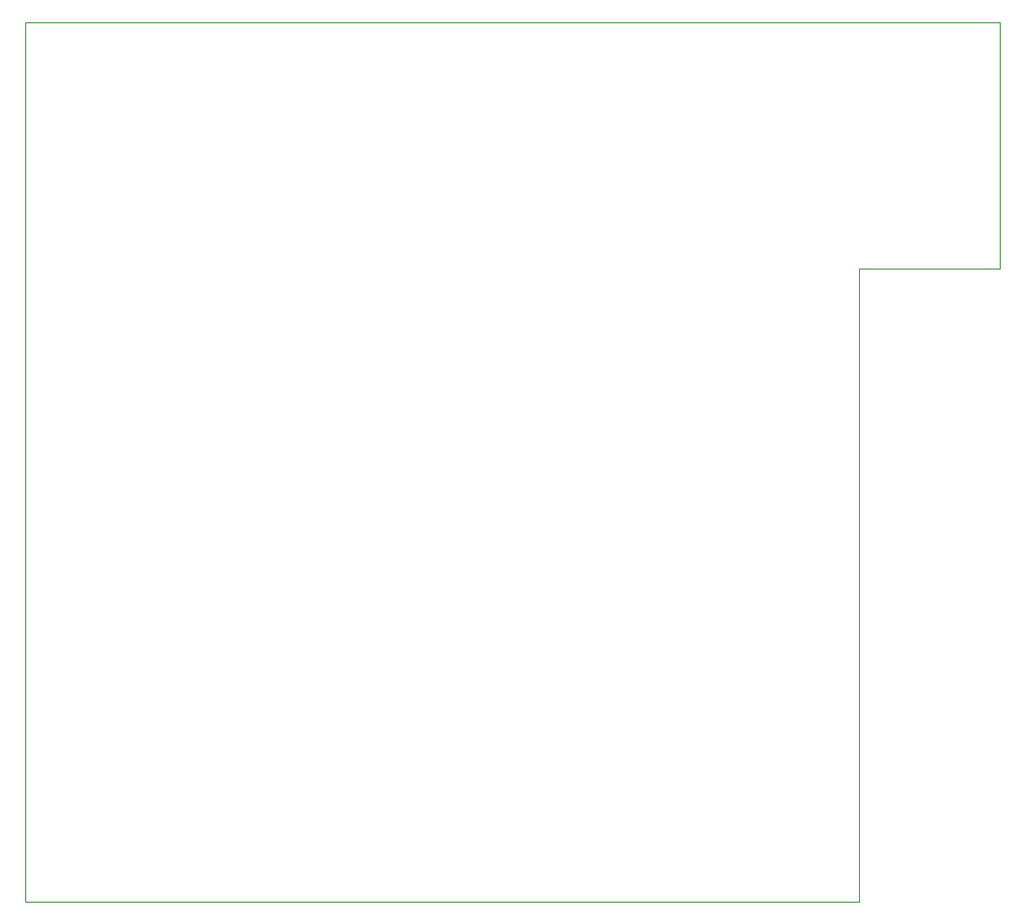
<source format=gbr>
G04 #@! TF.GenerationSoftware,KiCad,Pcbnew,(5.1.5-0-10_14)*
G04 #@! TF.CreationDate,2020-04-23T09:13:14+01:00*
G04 #@! TF.ProjectId,healthkeeper,6865616c-7468-46b6-9565-7065722e6b69,rev?*
G04 #@! TF.SameCoordinates,Original*
G04 #@! TF.FileFunction,Profile,NP*
%FSLAX46Y46*%
G04 Gerber Fmt 4.6, Leading zero omitted, Abs format (unit mm)*
G04 Created by KiCad (PCBNEW (5.1.5-0-10_14)) date 2020-04-23 09:13:14*
%MOMM*%
%LPD*%
G04 APERTURE LIST*
%ADD10C,0.100000*%
G04 APERTURE END LIST*
D10*
X170250000Y-104750000D02*
X170250000Y-72500000D01*
X168500000Y-127750000D02*
X170250000Y-127750000D01*
X97500000Y-51000000D02*
X97500000Y-62000000D01*
X182500000Y-51000000D02*
X97500000Y-51000000D01*
X182500000Y-72500000D02*
X182500000Y-51000000D01*
X170250000Y-72500000D02*
X182500000Y-72500000D01*
X170250000Y-127750000D02*
X170250000Y-104750000D01*
X107500000Y-127750000D02*
X168500000Y-127750000D01*
X97500000Y-127750000D02*
X107500000Y-127750000D01*
X97500000Y-62000000D02*
X97500000Y-127750000D01*
M02*

</source>
